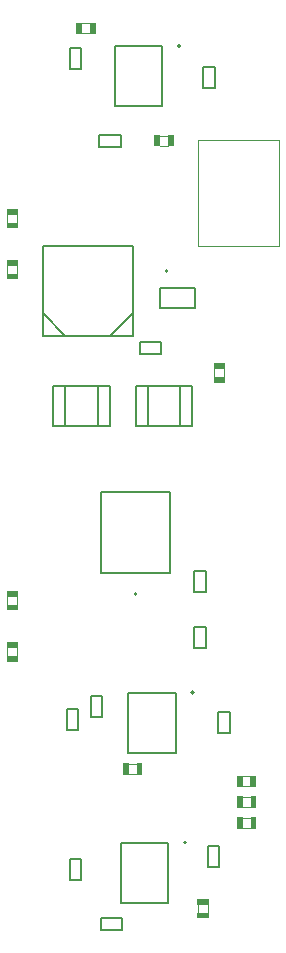
<source format=gbr>
%TF.GenerationSoftware,Altium Limited,Altium Designer,22.2.1 (43)*%
G04 Layer_Color=16711935*
%FSLAX45Y45*%
%MOMM*%
%TF.SameCoordinates,1A700276-89F6-4FF8-B3D7-4A67EA63658B*%
%TF.FilePolarity,Positive*%
%TF.FileFunction,Other,Mechanical_13*%
%TF.Part,Single*%
G01*
G75*
%TA.AperFunction,NonConductor*%
%ADD29C,0.20000*%
%ADD30C,0.12700*%
%ADD31C,0.15240*%
%ADD34C,0.10000*%
%ADD55C,0.10160*%
G36*
X15654060Y5515587D02*
X15604010D01*
Y5610610D01*
X15654060D01*
Y5515587D01*
D02*
G37*
G36*
X15537112Y5515513D02*
X15487170D01*
Y5610610D01*
X15537112D01*
Y5515513D01*
D02*
G37*
G36*
X15654060Y5337787D02*
X15604010D01*
Y5432810D01*
X15654060D01*
Y5337787D01*
D02*
G37*
G36*
X15537112Y5337713D02*
X15487170D01*
Y5432810D01*
X15537112D01*
Y5337713D01*
D02*
G37*
G36*
X15248914Y4694710D02*
X15153889D01*
Y4744761D01*
X15248914D01*
Y4694710D01*
D02*
G37*
G36*
X15248987Y4577870D02*
X15153889D01*
Y4627812D01*
X15248987D01*
Y4577870D01*
D02*
G37*
G36*
X13636073Y6749570D02*
Y6799521D01*
X13540990D01*
Y6749570D01*
X13636073D01*
D02*
G37*
G36*
X14521970Y5794913D02*
X14571912D01*
Y5890010D01*
X14521970D01*
Y5794913D01*
D02*
G37*
G36*
X13636098Y6866410D02*
Y6916613D01*
X13540990D01*
Y6866410D01*
X13636098D01*
D02*
G37*
G36*
X14638811Y5794987D02*
X14688861D01*
Y5890010D01*
X14638811D01*
Y5794987D01*
D02*
G37*
G36*
X15536391Y5787413D02*
X15486339D01*
Y5692390D01*
X15536391D01*
Y5787413D01*
D02*
G37*
G36*
X15653230Y5787487D02*
X15603288D01*
Y5692390D01*
X15653230D01*
Y5787487D01*
D02*
G37*
G36*
X13636073Y7185271D02*
Y7235222D01*
X13540990D01*
Y7185271D01*
X13636073D01*
D02*
G37*
G36*
X13636098Y7302111D02*
Y7352315D01*
X13540990D01*
Y7302111D01*
X13636098D01*
D02*
G37*
G36*
X15388687Y9111770D02*
Y9161712D01*
X15293590D01*
Y9111770D01*
X15388687D01*
D02*
G37*
G36*
X13636073Y9988070D02*
Y10038021D01*
X13540990D01*
Y9988070D01*
X13636073D01*
D02*
G37*
G36*
X13636098Y10104910D02*
Y10155113D01*
X13540990D01*
Y10104910D01*
X13636098D01*
D02*
G37*
G36*
X15388612Y9228610D02*
Y9278661D01*
X15293590D01*
Y9228610D01*
X15388612D01*
D02*
G37*
G36*
X14294330Y12067790D02*
X14244379D01*
Y12162874D01*
X14294330D01*
Y12067790D01*
D02*
G37*
G36*
X14177490D02*
X14127287D01*
Y12162898D01*
X14177490D01*
Y12067790D01*
D02*
G37*
G36*
X14954730Y11115290D02*
X14904779D01*
Y11210374D01*
X14954730D01*
Y11115290D01*
D02*
G37*
G36*
X14837891D02*
X14787688D01*
Y11210398D01*
X14837891D01*
Y11115290D01*
D02*
G37*
G36*
X13636098Y10536710D02*
X13540990D01*
Y10586913D01*
X13636098D01*
Y10536710D01*
D02*
G37*
G36*
X13636073Y10419870D02*
X13540990D01*
Y10469821D01*
X13636073D01*
Y10419870D01*
D02*
G37*
D29*
X14640401Y7323600D02*
G03*
X14640401Y7323600I-10000J0D01*
G01*
X15008701Y11963400D02*
G03*
X15008701Y11963400I-10000J0D01*
G01*
X15123000Y6489700D02*
G03*
X15123000Y6489700I-10000J0D01*
G01*
X15059500Y5219700D02*
G03*
X15059500Y5219700I-10000J0D01*
G01*
X14900999Y10060300D02*
G03*
X14900999Y10060300I-10000J0D01*
G01*
D30*
X15126503Y7339498D02*
Y7519502D01*
X15226501Y7339498D02*
Y7519502D01*
X15126503Y7339498D02*
X15226501D01*
X15126503Y7519502D02*
X15226501D01*
X14335150Y7505852D02*
X14925650D01*
X14335150D02*
Y8191348D01*
X14925650D01*
Y7505852D02*
Y8191348D01*
X14847401Y9360703D02*
Y9460702D01*
X14667398Y9360703D02*
Y9460702D01*
Y9360703D02*
X14847401D01*
X14667398Y9460702D02*
X14847401D01*
X14455800Y11964401D02*
X14855800D01*
X14455800Y11454399D02*
X14855800D01*
Y11964401D01*
X14455800Y11454399D02*
Y11964401D01*
X15202698Y11606698D02*
X15302698D01*
X15202698Y11786702D02*
X15302698D01*
X15202698Y11606698D02*
Y11786702D01*
X15302698Y11606698D02*
Y11786702D01*
X14324498Y11113298D02*
Y11213297D01*
X14504501Y11113298D02*
Y11213297D01*
X14324498D02*
X14504501D01*
X14324498Y11113298D02*
X14504501D01*
X14072403Y11771798D02*
X14172401D01*
X14072403Y11951802D02*
X14172401D01*
X14072403Y11771798D02*
Y11951802D01*
X14172401Y11771798D02*
Y11951802D01*
X14047003Y6171098D02*
X14147002D01*
X14047003Y6351102D02*
X14147002D01*
X14047003Y6171098D02*
Y6351102D01*
X14147002Y6171098D02*
Y6351102D01*
X14250203Y6285398D02*
X14350201D01*
X14250203Y6465402D02*
X14350201D01*
X14250203Y6285398D02*
Y6465402D01*
X14350201Y6285398D02*
Y6465402D01*
X15329698Y6145698D02*
X15429697D01*
X15329698Y6325702D02*
X15429697D01*
X15329698Y6145698D02*
Y6325702D01*
X15429697Y6145698D02*
Y6325702D01*
X14570100Y6490701D02*
X14970100D01*
X14570100Y5980699D02*
X14970100D01*
Y6490701D01*
X14570100Y5980699D02*
Y6490701D01*
X15240804Y5195402D02*
X15340802D01*
X15240804Y5015398D02*
X15340802D01*
Y5195402D01*
X15240804Y5015398D02*
Y5195402D01*
X14337198Y4483898D02*
Y4583897D01*
X14517203Y4483898D02*
Y4583897D01*
X14337198D02*
X14517203D01*
X14337198Y4483898D02*
X14517203D01*
X14072403Y4901098D02*
X14172401D01*
X14072403Y5081102D02*
X14172401D01*
X14072403Y4901098D02*
Y5081102D01*
X14172401Y4901098D02*
Y5081102D01*
X14506595Y4710699D02*
Y5220701D01*
X14906595Y4710699D02*
Y5220701D01*
X14506595Y4710699D02*
X14906595D01*
X14506595Y5220701D02*
X14906595D01*
X15136002Y9744801D02*
Y9914799D01*
X14835999Y9744801D02*
Y9914799D01*
Y9744801D02*
X15136002D01*
X14835999Y9914799D02*
X15136002D01*
X15126503Y7049602D02*
X15226501D01*
X15126503Y6869598D02*
X15226501D01*
Y7049602D01*
X15126503Y6869598D02*
Y7049602D01*
D31*
X14411960Y8745220D02*
Y9085580D01*
X14036040D02*
X14310361D01*
X13934441Y8745220D02*
Y9085580D01*
X14036040Y8745220D02*
X14310361D01*
X13934441Y9085580D02*
X14036040D01*
X13934441Y8745220D02*
X14036040D01*
Y9085580D01*
X14310361Y8745220D02*
X14411960D01*
X14310361Y9085580D02*
X14411960D01*
X14310361Y8745220D02*
Y9085580D01*
X14632941Y8745220D02*
Y9085580D01*
X14734540Y8745220D02*
X15008859D01*
X15110460D02*
Y9085580D01*
X14734540D02*
X15008859D01*
Y8745220D02*
X15110460D01*
X15008859Y9085580D02*
X15110460D01*
X15008859Y8745220D02*
Y9085580D01*
X14632941D02*
X14734540D01*
X14632941Y8745220D02*
X14734540D01*
Y9085580D01*
X13842999Y9512300D02*
X14605000D01*
Y10274300D01*
X13842999D02*
X14605000D01*
X13842999Y9512300D02*
Y10274300D01*
Y9702800D02*
X14033501Y9512300D01*
X14414500D02*
X14605000Y9702800D01*
D34*
X15162901Y10271999D02*
Y11166003D01*
Y10271999D02*
X15842899D01*
Y11166003D01*
X15162901D02*
X15842899D01*
D55*
X15298399Y9159199D02*
Y9230401D01*
X15383501Y9159199D02*
Y9230401D01*
X15158701Y4625299D02*
Y4696501D01*
X15243800Y4625299D02*
Y4696501D01*
X14569398Y5885200D02*
X14640601D01*
X14569398Y5800100D02*
X14640601D01*
X15534599Y5605800D02*
X15605801D01*
X15534599Y5520700D02*
X15605801D01*
X15534599Y5428000D02*
X15605801D01*
X15534599Y5342900D02*
X15605801D01*
X15534599Y5697200D02*
X15605801D01*
X15534599Y5782300D02*
X15605801D01*
X14836099Y11205200D02*
X14907301D01*
X14836099Y11120100D02*
X14907301D01*
X14175699Y12157700D02*
X14246901D01*
X14175699Y12072600D02*
X14246901D01*
X13630901Y10467299D02*
Y10538501D01*
X13545799Y10467299D02*
Y10538501D01*
X13630901Y10035499D02*
Y10106701D01*
X13545799Y10035499D02*
Y10106701D01*
X13630901Y6796999D02*
Y6868201D01*
X13545799Y6796999D02*
Y6868201D01*
X13630901Y7232701D02*
Y7303902D01*
X13545799Y7232701D02*
Y7303902D01*
%TF.MD5,5665d06fb99d1ddfe226799384139513*%
M02*

</source>
